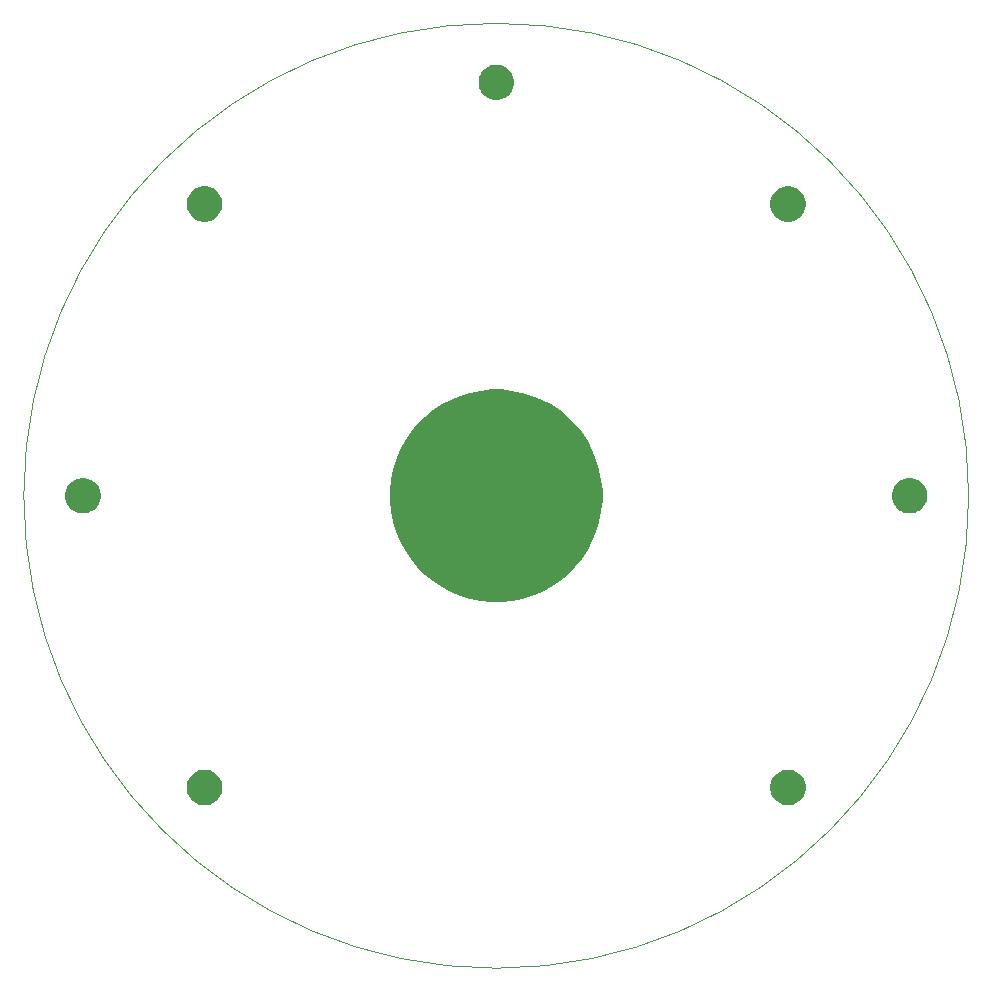
<source format=gbr>
%TF.GenerationSoftware,Altium Limited,Altium Designer,21.6.4 (81)*%
G04 Layer_Color=0*
%FSLAX43Y43*%
%MOMM*%
%TF.SameCoordinates,7E1728C7-8053-4159-852C-9F5DCDCDAABE*%
%TF.FilePolarity,Positive*%
%TF.FileFunction,Profile,NP*%
%TF.Part,Single*%
G01*
G75*
%TA.AperFunction,Profile*%
%ADD32C,0.025*%
G36*
X-26200Y-24700D02*
Y-24848D01*
X-26142Y-25138D01*
X-26029Y-25411D01*
X-25865Y-25656D01*
X-25656Y-25865D01*
X-25411Y-26029D01*
X-25138Y-26142D01*
X-24848Y-26200D01*
X-24700D01*
X-24552D01*
X-24262Y-26142D01*
X-23989Y-26029D01*
X-23744Y-25865D01*
X-23535Y-25656D01*
X-23371Y-25411D01*
X-23258Y-25138D01*
X-23200Y-24848D01*
Y-24700D01*
Y-24552D01*
X-23258Y-24262D01*
X-23371Y-23989D01*
X-23535Y-23744D01*
X-23744Y-23535D01*
X-23989Y-23371D01*
X-24262Y-23258D01*
X-24552Y-23200D01*
X-24700D01*
X-24848D01*
X-25138Y-23258D01*
X-25411Y-23371D01*
X-25656Y-23535D01*
X-25865Y-23744D01*
X-26029Y-23989D01*
X-26142Y-24262D01*
X-26200Y-24552D01*
Y-24700D01*
D01*
D02*
G37*
G36*
X23200D02*
Y-24848D01*
X23258Y-25138D01*
X23371Y-25411D01*
X23535Y-25656D01*
X23744Y-25865D01*
X23989Y-26029D01*
X24262Y-26142D01*
X24552Y-26200D01*
X24700D01*
X24848D01*
X25138Y-26142D01*
X25411Y-26029D01*
X25656Y-25865D01*
X25865Y-25656D01*
X26029Y-25411D01*
X26142Y-25138D01*
X26200Y-24848D01*
Y-24700D01*
Y-24552D01*
X26142Y-24262D01*
X26029Y-23989D01*
X25865Y-23744D01*
X25656Y-23535D01*
X25411Y-23371D01*
X25138Y-23258D01*
X24848Y-23200D01*
X24700D01*
X24552D01*
X24262Y-23258D01*
X23989Y-23371D01*
X23744Y-23535D01*
X23535Y-23744D01*
X23371Y-23989D01*
X23258Y-24262D01*
X23200Y-24552D01*
Y-24700D01*
D01*
D02*
G37*
G36*
X-26200Y24700D02*
Y24552D01*
X-26142Y24262D01*
X-26029Y23989D01*
X-25865Y23744D01*
X-25656Y23535D01*
X-25411Y23371D01*
X-25138Y23258D01*
X-24848Y23200D01*
X-24700D01*
X-24552D01*
X-24262Y23258D01*
X-23989Y23371D01*
X-23744Y23535D01*
X-23535Y23744D01*
X-23371Y23989D01*
X-23258Y24262D01*
X-23200Y24552D01*
Y24700D01*
Y24848D01*
X-23258Y25138D01*
X-23371Y25411D01*
X-23535Y25656D01*
X-23744Y25865D01*
X-23989Y26029D01*
X-24262Y26142D01*
X-24552Y26200D01*
X-24700D01*
X-24848D01*
X-25138Y26142D01*
X-25411Y26029D01*
X-25656Y25865D01*
X-25865Y25656D01*
X-26029Y25411D01*
X-26142Y25138D01*
X-26200Y24848D01*
Y24700D01*
D01*
D02*
G37*
G36*
X23200D02*
Y24552D01*
X23258Y24262D01*
X23371Y23989D01*
X23535Y23744D01*
X23744Y23535D01*
X23989Y23371D01*
X24262Y23258D01*
X24552Y23200D01*
X24700D01*
X24848D01*
X25138Y23258D01*
X25411Y23371D01*
X25656Y23535D01*
X25865Y23744D01*
X26029Y23989D01*
X26142Y24262D01*
X26200Y24552D01*
Y24700D01*
Y24848D01*
X26142Y25138D01*
X26029Y25411D01*
X25865Y25656D01*
X25656Y25865D01*
X25411Y26029D01*
X25138Y26142D01*
X24848Y26200D01*
X24700D01*
X24552D01*
X24262Y26142D01*
X23989Y26029D01*
X23744Y25865D01*
X23535Y25656D01*
X23371Y25411D01*
X23258Y25138D01*
X23200Y24848D01*
Y24700D01*
D01*
D02*
G37*
G36*
X-36500Y0D02*
Y-148D01*
X-36442Y-438D01*
X-36329Y-711D01*
X-36165Y-956D01*
X-35956Y-1165D01*
X-35711Y-1329D01*
X-35438Y-1442D01*
X-35148Y-1500D01*
X-35000D01*
X-34852D01*
X-34562Y-1442D01*
X-34289Y-1329D01*
X-34044Y-1165D01*
X-33835Y-956D01*
X-33671Y-711D01*
X-33558Y-438D01*
X-33500Y-148D01*
Y0D01*
Y148D01*
X-33558Y438D01*
X-33671Y711D01*
X-33835Y956D01*
X-34044Y1165D01*
X-34289Y1329D01*
X-34562Y1442D01*
X-34852Y1500D01*
X-35000D01*
X-35148D01*
X-35438Y1442D01*
X-35711Y1329D01*
X-35956Y1165D01*
X-36165Y956D01*
X-36329Y711D01*
X-36442Y438D01*
X-36500Y148D01*
Y0D01*
D01*
D02*
G37*
G36*
X33500D02*
Y-148D01*
X33558Y-438D01*
X33671Y-711D01*
X33835Y-956D01*
X34044Y-1165D01*
X34289Y-1329D01*
X34562Y-1442D01*
X34852Y-1500D01*
X35000D01*
X35148D01*
X35438Y-1442D01*
X35711Y-1329D01*
X35956Y-1165D01*
X36165Y-956D01*
X36329Y-711D01*
X36442Y-438D01*
X36500Y-148D01*
Y0D01*
Y148D01*
X36442Y438D01*
X36329Y711D01*
X36165Y956D01*
X35956Y1165D01*
X35711Y1329D01*
X35438Y1442D01*
X35148Y1500D01*
X35000D01*
X34852D01*
X34562Y1442D01*
X34289Y1329D01*
X34044Y1165D01*
X33835Y956D01*
X33671Y711D01*
X33558Y438D01*
X33500Y148D01*
Y0D01*
D01*
D02*
G37*
G36*
X-1500Y35000D02*
Y34852D01*
X-1442Y34562D01*
X-1329Y34289D01*
X-1165Y34044D01*
X-956Y33835D01*
X-711Y33671D01*
X-438Y33558D01*
X-148Y33500D01*
X0D01*
X148D01*
X438Y33558D01*
X711Y33671D01*
X956Y33835D01*
X1165Y34044D01*
X1329Y34289D01*
X1442Y34562D01*
X1500Y34852D01*
Y35000D01*
Y35148D01*
X1442Y35438D01*
X1329Y35711D01*
X1165Y35956D01*
X956Y36165D01*
X711Y36329D01*
X438Y36442D01*
X148Y36500D01*
X0D01*
X-148D01*
X-438Y36442D01*
X-711Y36329D01*
X-956Y36165D01*
X-1165Y35956D01*
X-1329Y35711D01*
X-1442Y35438D01*
X-1500Y35148D01*
Y35000D01*
D01*
D02*
G37*
G36*
X-9000Y-0D02*
Y-442D01*
X-8913Y-1322D01*
X-8741Y-2189D01*
X-8484Y-3036D01*
X-8146Y-3853D01*
X-7729Y-4633D01*
X-7238Y-5368D01*
X-6677Y-6051D01*
X-6051Y-6677D01*
X-5368Y-7238D01*
X-4633Y-7729D01*
X-3853Y-8146D01*
X-3036Y-8484D01*
X-2189Y-8741D01*
X-1322Y-8913D01*
X-442Y-9000D01*
X0D01*
X442D01*
X1322Y-8913D01*
X2189Y-8741D01*
X3036Y-8484D01*
X3853Y-8146D01*
X4633Y-7729D01*
X5368Y-7238D01*
X6051Y-6677D01*
X6677Y-6051D01*
X7238Y-5368D01*
X7729Y-4633D01*
X8146Y-3853D01*
X8484Y-3036D01*
X8741Y-2189D01*
X8913Y-1322D01*
X9000Y-442D01*
Y-0D01*
Y442D01*
X8913Y1322D01*
X8741Y2189D01*
X8484Y3036D01*
X8146Y3853D01*
X7729Y4632D01*
X7238Y5368D01*
X6677Y6051D01*
X6051Y6677D01*
X5368Y7238D01*
X4633Y7729D01*
X3853Y8146D01*
X3036Y8484D01*
X2189Y8741D01*
X1322Y8913D01*
X442Y9000D01*
X0D01*
X-442D01*
X-1322Y8913D01*
X-2189Y8741D01*
X-3036Y8484D01*
X-3853Y8146D01*
X-4633Y7729D01*
X-5368Y7238D01*
X-6051Y6677D01*
X-6677Y6051D01*
X-7238Y5368D01*
X-7729Y4632D01*
X-8146Y3853D01*
X-8484Y3036D01*
X-8741Y2189D01*
X-8913Y1322D01*
X-9000Y442D01*
Y-0D01*
D01*
D02*
G37*
D32*
X-40000Y0D02*
G03*
X0Y-40000I40000J0D01*
G01*
D02*
G03*
X40000Y0I0J40000D01*
G01*
D02*
G03*
X0Y40000I-40000J0D01*
G01*
D02*
G03*
X-40000Y0I0J-40000D01*
G01*
%TF.MD5,981103e43cc0ce519a8a08a5cb0f8a09*%
M02*

</source>
